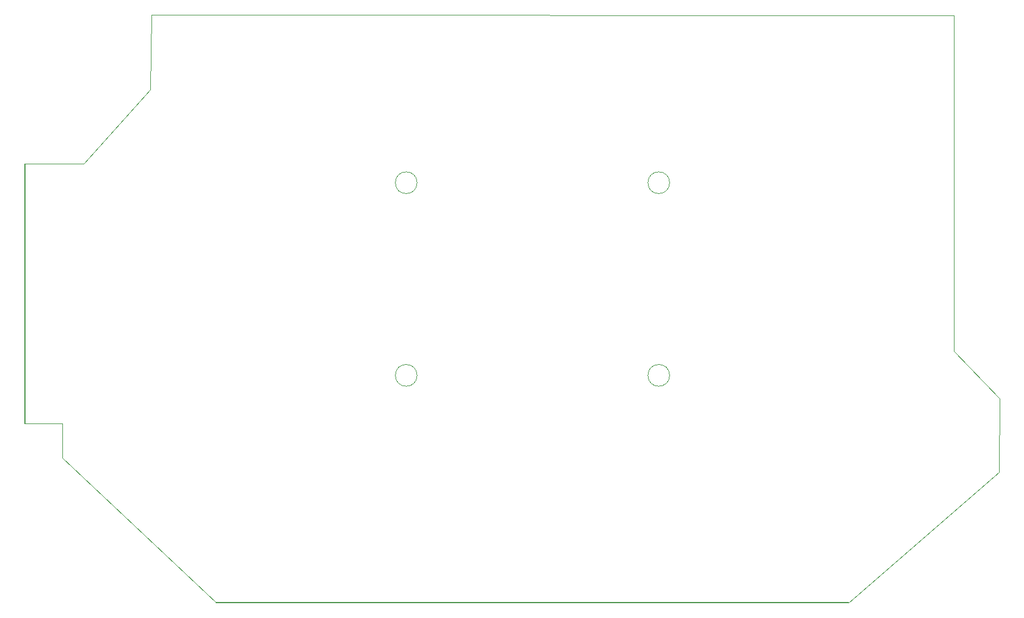
<source format=gbr>
%TF.GenerationSoftware,KiCad,Pcbnew,(6.0.9)*%
%TF.CreationDate,2022-12-27T05:54:40-09:00*%
%TF.ProjectId,PCB_ INTR LT PANEL,5043422c-2049-44e5-9452-204c54205041,rev?*%
%TF.SameCoordinates,Original*%
%TF.FileFunction,Profile,NP*%
%FSLAX46Y46*%
G04 Gerber Fmt 4.6, Leading zero omitted, Abs format (unit mm)*
G04 Created by KiCad (PCBNEW (6.0.9)) date 2022-12-27 05:54:40*
%MOMM*%
%LPD*%
G01*
G04 APERTURE LIST*
%TA.AperFunction,Profile*%
%ADD10C,0.050000*%
%TD*%
%TA.AperFunction,Profile*%
%ADD11C,0.200000*%
%TD*%
G04 APERTURE END LIST*
D10*
X131550000Y-71000000D02*
G75*
G03*
X131550000Y-71000000I-1550000J0D01*
G01*
X57556400Y-57658000D02*
X48006000Y-68275200D01*
D11*
X39674800Y-105359200D02*
X39674800Y-68275200D01*
D10*
X95550000Y-71000000D02*
G75*
G03*
X95550000Y-71000000I-1550000J0D01*
G01*
X131550000Y-98500000D02*
G75*
G03*
X131550000Y-98500000I-1550000J0D01*
G01*
X45008800Y-105359200D02*
X44958000Y-110286800D01*
X178587400Y-101803200D02*
X172034200Y-95046800D01*
X44958000Y-110286800D02*
X66929000Y-130911600D01*
X178511200Y-112318800D02*
X178587400Y-101803200D01*
X39674800Y-105359200D02*
X45008800Y-105359200D01*
X95550000Y-98500000D02*
G75*
G03*
X95550000Y-98500000I-1550000J0D01*
G01*
X57658000Y-47040800D02*
X57556400Y-57658000D01*
X48006000Y-68275200D02*
X39674800Y-68275200D01*
X172034200Y-47117000D02*
X57658000Y-47040800D01*
X157099000Y-130937000D02*
X178511200Y-112318800D01*
D11*
X157099000Y-130937000D02*
X66929000Y-130911600D01*
D10*
X172034200Y-95046800D02*
X172034200Y-47117000D01*
M02*

</source>
